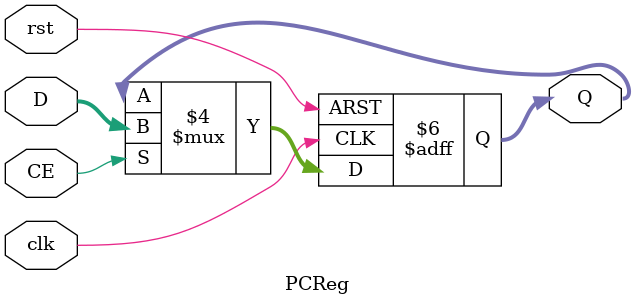
<source format=v>
`timescale 1ns / 1ps


module PCReg(
    input wire clk,
    input wire rst,
    input wire CE,
    input wire [31:0] D,
    output reg [31:0] Q
    );
    always @(posedge clk or posedge rst) begin
        if(rst == 1) Q <= 32'h00000000;
        else if(CE == 1) Q <= D;
    end
endmodule

</source>
